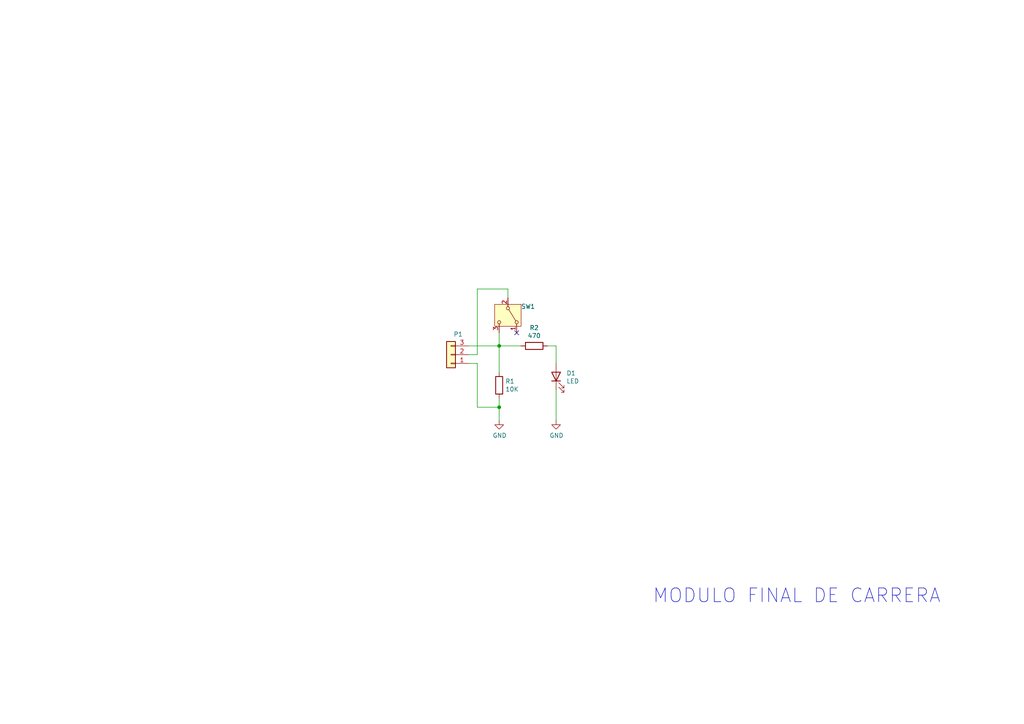
<source format=kicad_sch>
(kicad_sch (version 20250114) (generator "eeschema") (generator_version "9.0")
  (paper "A4")
  (lib_symbols
    (symbol "Connector_Generic:Conn_01x03" (pin_names (offset 1.016) (hide yes))
      (property "Reference" "J" (at 0 5.08 0))
      (property "Value" "Conn_01x03" (at 0 -5.08 0))
      (symbol "Conn_01x03_1_1"
        (rectangle (start -1.27 3.81) (end 1.27 -3.81) (stroke (width 0.254)) (fill (type background)))
        (rectangle (start -1.27 2.667) (end 0 2.413) (stroke (width 0.1524)))
        (rectangle (start -1.27 0.127) (end 0 -0.127) (stroke (width 0.1524)))
        (rectangle (start -1.27 -2.413) (end 0 -2.667) (stroke (width 0.1524)))
        (pin passive line (at -5.08 2.54 0) (length 3.81) (name "Pin_1") (number "1"))
        (pin passive line (at -5.08 0 0) (length 3.81) (name "Pin_2") (number "2"))
        (pin passive line (at -5.08 -2.54 0) (length 3.81) (name "Pin_3") (number "3"))
      )
    )
    (symbol "Device:LED" (pin_numbers (hide yes)) (pin_names (offset 1.016) (hide yes))
      (property "Reference" "D" (at 0 2.54 0))
      (property "Value" "LED" (at 0 -2.54 0))
      (symbol "LED_0_1"
        (polyline (pts (xy -3.048 -0.762) (xy -4.572 -2.286) (xy -3.81 -2.286) (xy -4.572 -2.286) (xy -4.572 -1.524)))
        (polyline (pts (xy -1.778 -0.762) (xy -3.302 -2.286) (xy -2.54 -2.286) (xy -3.302 -2.286) (xy -3.302 -1.524)))
        (polyline (pts (xy -1.27 0) (xy 1.27 0)))
        (polyline (pts (xy -1.27 -1.27) (xy -1.27 1.27)) (stroke (width 0.254)))
        (polyline (pts (xy 1.27 -1.27) (xy 1.27 1.27) (xy -1.27 0) (xy 1.27 -1.27)) (stroke (width 0.254)))
      )
      (symbol "LED_1_1"
        (pin passive line (at -3.81 0 0) (length 2.54) (name "K") (number "1"))
        (pin passive line (at 3.81 0 180) (length 2.54) (name "A") (number "2"))
      )
    )
    (symbol "Device:R" (pin_numbers (hide yes)) (pin_names (offset 0))
      (property "Reference" "R" (at 2.032 0 90))
      (property "Value" "R" (at 0 0 90))
      (symbol "R_0_1"
        (rectangle (start -1.016 -2.54) (end 1.016 2.54) (stroke (width 0.254)))
      )
      (symbol "R_1_1"
        (pin passive line (at 0 3.81 270) (length 1.27) (name "~") (number "1"))
        (pin passive line (at 0 -3.81 90) (length 1.27) (name "~") (number "2"))
      )
    )
    (symbol "Switch:SW_SPDT" (pin_names (offset 0) (hide yes))
      (property "Reference" "SW" (at 0 5.08 0))
      (property "Value" "SW_SPDT" (at 0 -5.08 0))
      (symbol "SW_SPDT_0_1"
        (circle (center -2.032 0) (radius 0.4572))
        (polyline (pts (xy -1.651 0.254) (xy 1.651 2.286)))
        (circle (center 2.032 2.54) (radius 0.4572))
        (circle (center 2.032 -2.54) (radius 0.4572))
      )
      (symbol "SW_SPDT_1_1"
        (rectangle (start -3.175 3.81) (end 3.175 -3.81) (fill (type background)))
        (pin passive line (at -5.08 0 0) (length 2.54) (name "B") (number "2"))
        (pin passive line (at 5.08 2.54 180) (length 2.54) (name "A") (number "1"))
        (pin passive line (at 5.08 -2.54 180) (length 2.54) (name "C") (number "3"))
      )
    )
    (symbol "power:GND" (power) (pin_numbers (hide yes)) (pin_names (offset 0) (hide yes))
      (property "Value" "GND" (at 0 -3.81 0))
      (symbol "GND_0_1"
        (polyline (pts (xy 0 0) (xy 0 -1.27) (xy 1.27 -1.27) (xy 0 -2.54) (xy -1.27 -1.27) (xy 0 -1.27)))
      )
      (symbol "GND_1_1"
        (pin power_in line (at 0 0 270) (length 0) (name "~") (number "1"))
      )
    )
  )
  (text "MODULO FINAL DE CARRERA" (at 189.23 175.26 0) (effects (font (size 3.9878 3.9878)) (justify left bottom)))
  (junction (at 144.78 118.11))
  (junction (at 144.78 100.33))
  (no_connect (at 149.86 96.52))
  (wire (pts (xy 138.43 105.41) (xy 138.43 118.11)))
  (wire (pts (xy 138.43 83.82) (xy 147.32 83.82)))
  (wire (pts (xy 135.89 102.87) (xy 138.43 102.87)))
  (wire (pts (xy 138.43 102.87) (xy 138.43 83.82)))
  (wire (pts (xy 161.29 113.03) (xy 161.29 121.92)))
  (wire (pts (xy 147.32 86.36) (xy 147.32 83.82)))
  (wire (pts (xy 144.78 118.11) (xy 144.78 115.57)))
  (wire (pts (xy 158.75 100.33) (xy 161.29 100.33)))
  (wire (pts (xy 144.78 100.33) (xy 144.78 107.95)))
  (wire (pts (xy 144.78 100.33) (xy 151.13 100.33)))
  (wire (pts (xy 135.89 105.41) (xy 138.43 105.41)))
  (wire (pts (xy 161.29 100.33) (xy 161.29 105.41)))
  (wire (pts (xy 144.78 96.52) (xy 144.78 100.33)))
  (wire (pts (xy 135.89 100.33) (xy 144.78 100.33)))
  (wire (pts (xy 138.43 118.11) (xy 144.78 118.11)))
  (wire (pts (xy 144.78 118.11) (xy 144.78 121.92)))
  (symbol (lib_id "Device:R") (at 144.78 111.76 0) (unit 1)
    (property "Reference" "R1" (at 146.558 110.5916 0) (effects (justify left)))
    (property "Value" "10K" (at 146.558 112.903 0) (effects (justify left)))
    (property "Footprint" "Resistor_THT:R_Axial_DIN0204_L3.6mm_D1.6mm_P5.08mm_Horizontal" (effects (hide yes)))
  )
  (symbol (lib_id "power:GND") (at 144.78 121.92 0) (unit 1)
    (property "Reference" "#PWR0101" (effects (hide yes)))
    (property "Value" "GND" (at 144.907 126.3142 0))
  )
  (symbol (lib_id "Device:R") (at 154.94 100.33 270) (unit 1)
    (property "Reference" "R2" (at 154.94 95.0722 90))
    (property "Value" "470" (at 154.94 97.3836 90))
    (property "Footprint" "Resistor_THT:R_Axial_DIN0204_L3.6mm_D1.6mm_P5.08mm_Horizontal" (effects (hide yes)))
  )
  (symbol (lib_id "power:GND") (at 161.29 121.92 0) (unit 1)
    (property "Reference" "#PWR0102" (effects (hide yes)))
    (property "Value" "GND" (at 161.417 126.3142 0))
  )
  (symbol (lib_id "Device:LED") (at 161.29 109.22 90) (unit 1)
    (property "Reference" "D1" (at 164.2872 108.2294 90) (effects (justify right)))
    (property "Value" "LED" (at 164.2872 110.5408 90) (effects (justify right)))
    (property "Footprint" "LED_THT:LED_D3.0mm" (effects (hide yes)))
  )
  (symbol (lib_id "Connector_Generic:Conn_01x03") (at 130.81 102.87 180) (unit 1)
    (property "Reference" "P1" (at 132.8928 96.9518 0))
    (property "Value" "Conn_01x03" (effects (hide yes)))
    (property "Footprint" "Connector_PinSocket_2.54mm:PinSocket_1x03_P2.54mm_Horizontal" (effects (hide yes)))
  )
  (symbol (lib_id "Switch:SW_SPDT") (at 147.32 91.44 270) (unit 1)
    (property "Reference" "SW1" (at 151.13 88.9 90) (effects (justify left)))
    (property "Value" "SW_SPDT" (effects (hide yes)))
    (property "Footprint" "Button_Switch_THT:SW_Toggle_Blue_wSlots" (effects (hide yes)))
  )
)
</source>
